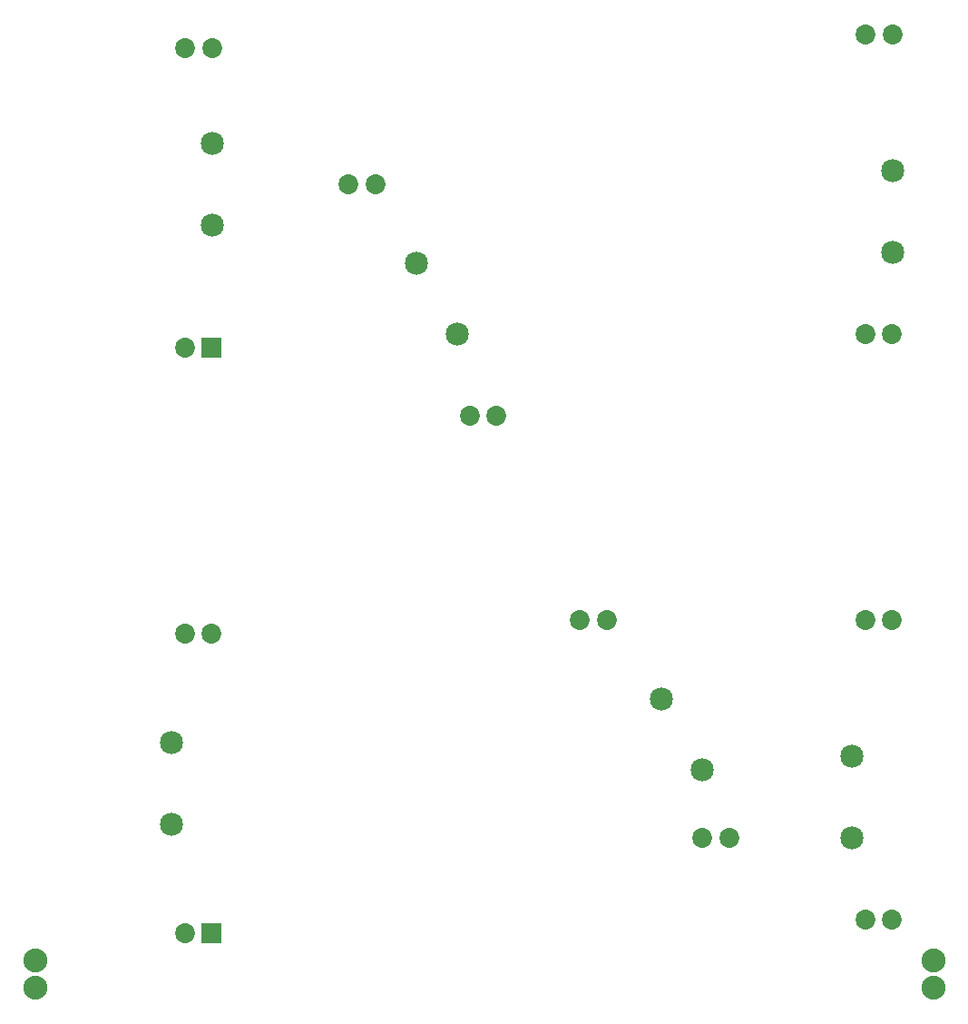
<source format=gts>
G04 MADE WITH FRITZING*
G04 WWW.FRITZING.ORG*
G04 DOUBLE SIDED*
G04 HOLES PLATED*
G04 CONTOUR ON CENTER OF CONTOUR VECTOR*
%ASAXBY*%
%FSLAX23Y23*%
%MOIN*%
%OFA0B0*%
%SFA1.0B1.0*%
%ADD10C,0.072992*%
%ADD11C,0.085000*%
%ADD12C,0.088000*%
%ADD13R,0.072992X0.072992*%
%ADD14C,0.025748*%
%LNMASK1*%
G90*
G70*
G54D10*
X1271Y3057D03*
X1370Y3057D03*
X3171Y3607D03*
X3270Y3607D03*
X3268Y2507D03*
X3170Y2507D03*
X3268Y1457D03*
X3170Y1457D03*
X3268Y357D03*
X3170Y357D03*
X2571Y657D03*
X2670Y657D03*
X2121Y1457D03*
X2220Y1457D03*
X1717Y2207D03*
X1815Y2207D03*
X671Y3557D03*
X770Y3557D03*
X768Y2457D03*
X670Y2457D03*
X768Y1407D03*
X670Y1407D03*
X768Y307D03*
X670Y307D03*
G54D11*
X3270Y3107D03*
X3270Y2807D03*
X3120Y957D03*
X3120Y657D03*
X2570Y907D03*
X2420Y1167D03*
X1670Y2507D03*
X1520Y2767D03*
X770Y3207D03*
X770Y2907D03*
X620Y1007D03*
X620Y707D03*
G54D12*
X120Y107D03*
X120Y207D03*
X3420Y107D03*
X3420Y207D03*
G54D13*
X768Y2457D03*
X768Y307D03*
G54D14*
G36*
X1295Y3034D02*
X1248Y3034D01*
X1248Y3081D01*
X1295Y3081D01*
X1295Y3034D01*
G37*
D02*
G36*
X3195Y3584D02*
X3148Y3584D01*
X3148Y3631D01*
X3195Y3631D01*
X3195Y3584D01*
G37*
D02*
G36*
X3244Y2531D02*
X3292Y2531D01*
X3292Y2484D01*
X3244Y2484D01*
X3244Y2531D01*
G37*
D02*
G36*
X3244Y1481D02*
X3292Y1481D01*
X3292Y1434D01*
X3244Y1434D01*
X3244Y1481D01*
G37*
D02*
G36*
X3244Y381D02*
X3292Y381D01*
X3292Y334D01*
X3244Y334D01*
X3244Y381D01*
G37*
D02*
G36*
X2595Y634D02*
X2548Y634D01*
X2548Y681D01*
X2595Y681D01*
X2595Y634D01*
G37*
D02*
G36*
X2145Y1434D02*
X2098Y1434D01*
X2098Y1481D01*
X2145Y1481D01*
X2145Y1434D01*
G37*
D02*
G36*
X1740Y2184D02*
X1693Y2184D01*
X1693Y2231D01*
X1740Y2231D01*
X1740Y2184D01*
G37*
D02*
G36*
X695Y3534D02*
X648Y3534D01*
X648Y3581D01*
X695Y3581D01*
X695Y3534D01*
G37*
D02*
G36*
X744Y1431D02*
X792Y1431D01*
X792Y1384D01*
X744Y1384D01*
X744Y1431D01*
G37*
D02*
G04 End of Mask1*
M02*
</source>
